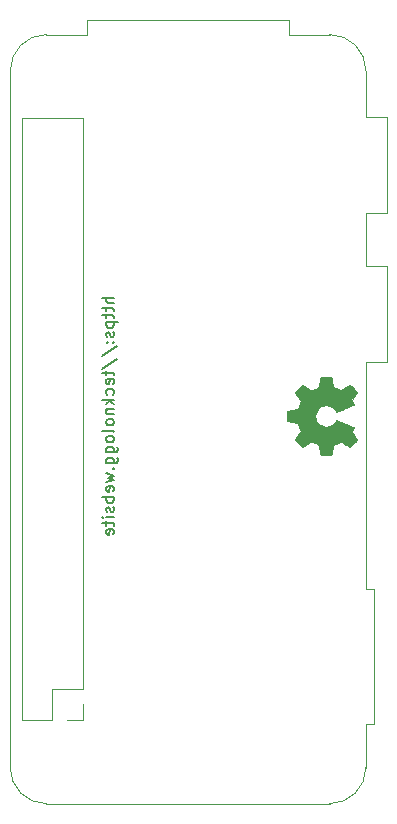
<source format=gbr>
G04 #@! TF.GenerationSoftware,KiCad,Pcbnew,(5.1.6)-1*
G04 #@! TF.CreationDate,2020-11-02T00:41:24+04:00*
G04 #@! TF.ProjectId,RPi3-screw-terminal-shiel,52506933-2d73-4637-9265-772d7465726d,rev?*
G04 #@! TF.SameCoordinates,Original*
G04 #@! TF.FileFunction,Legend,Bot*
G04 #@! TF.FilePolarity,Positive*
%FSLAX46Y46*%
G04 Gerber Fmt 4.6, Leading zero omitted, Abs format (unit mm)*
G04 Created by KiCad (PCBNEW (5.1.6)-1) date 2020-11-02 00:41:24*
%MOMM*%
%LPD*%
G01*
G04 APERTURE LIST*
%ADD10C,0.150000*%
%ADD11C,0.010000*%
%ADD12C,0.120000*%
G04 APERTURE END LIST*
D10*
X97052380Y-57600000D02*
X96052380Y-57600000D01*
X97052380Y-58028571D02*
X96528571Y-58028571D01*
X96433333Y-57980952D01*
X96385714Y-57885714D01*
X96385714Y-57742857D01*
X96433333Y-57647619D01*
X96480952Y-57600000D01*
X96385714Y-58361904D02*
X96385714Y-58742857D01*
X96052380Y-58504761D02*
X96909523Y-58504761D01*
X97004761Y-58552380D01*
X97052380Y-58647619D01*
X97052380Y-58742857D01*
X96385714Y-58933333D02*
X96385714Y-59314285D01*
X96052380Y-59076190D02*
X96909523Y-59076190D01*
X97004761Y-59123809D01*
X97052380Y-59219047D01*
X97052380Y-59314285D01*
X96385714Y-59647619D02*
X97385714Y-59647619D01*
X96433333Y-59647619D02*
X96385714Y-59742857D01*
X96385714Y-59933333D01*
X96433333Y-60028571D01*
X96480952Y-60076190D01*
X96576190Y-60123809D01*
X96861904Y-60123809D01*
X96957142Y-60076190D01*
X97004761Y-60028571D01*
X97052380Y-59933333D01*
X97052380Y-59742857D01*
X97004761Y-59647619D01*
X97004761Y-60504761D02*
X97052380Y-60600000D01*
X97052380Y-60790476D01*
X97004761Y-60885714D01*
X96909523Y-60933333D01*
X96861904Y-60933333D01*
X96766666Y-60885714D01*
X96719047Y-60790476D01*
X96719047Y-60647619D01*
X96671428Y-60552380D01*
X96576190Y-60504761D01*
X96528571Y-60504761D01*
X96433333Y-60552380D01*
X96385714Y-60647619D01*
X96385714Y-60790476D01*
X96433333Y-60885714D01*
X96957142Y-61361904D02*
X97004761Y-61409523D01*
X97052380Y-61361904D01*
X97004761Y-61314285D01*
X96957142Y-61361904D01*
X97052380Y-61361904D01*
X96433333Y-61361904D02*
X96480952Y-61409523D01*
X96528571Y-61361904D01*
X96480952Y-61314285D01*
X96433333Y-61361904D01*
X96528571Y-61361904D01*
X96004761Y-62552380D02*
X97290476Y-61695238D01*
X96004761Y-63600000D02*
X97290476Y-62742857D01*
X96385714Y-63790476D02*
X96385714Y-64171428D01*
X96052380Y-63933333D02*
X96909523Y-63933333D01*
X97004761Y-63980952D01*
X97052380Y-64076190D01*
X97052380Y-64171428D01*
X97004761Y-64885714D02*
X97052380Y-64790476D01*
X97052380Y-64600000D01*
X97004761Y-64504761D01*
X96909523Y-64457142D01*
X96528571Y-64457142D01*
X96433333Y-64504761D01*
X96385714Y-64600000D01*
X96385714Y-64790476D01*
X96433333Y-64885714D01*
X96528571Y-64933333D01*
X96623809Y-64933333D01*
X96719047Y-64457142D01*
X97004761Y-65790476D02*
X97052380Y-65695238D01*
X97052380Y-65504761D01*
X97004761Y-65409523D01*
X96957142Y-65361904D01*
X96861904Y-65314285D01*
X96576190Y-65314285D01*
X96480952Y-65361904D01*
X96433333Y-65409523D01*
X96385714Y-65504761D01*
X96385714Y-65695238D01*
X96433333Y-65790476D01*
X97052380Y-66219047D02*
X96052380Y-66219047D01*
X96671428Y-66314285D02*
X97052380Y-66599999D01*
X96385714Y-66599999D02*
X96766666Y-66219047D01*
X96385714Y-67028571D02*
X97052380Y-67028571D01*
X96480952Y-67028571D02*
X96433333Y-67076190D01*
X96385714Y-67171428D01*
X96385714Y-67314285D01*
X96433333Y-67409523D01*
X96528571Y-67457142D01*
X97052380Y-67457142D01*
X97052380Y-68076190D02*
X97004761Y-67980952D01*
X96957142Y-67933333D01*
X96861904Y-67885714D01*
X96576190Y-67885714D01*
X96480952Y-67933333D01*
X96433333Y-67980952D01*
X96385714Y-68076190D01*
X96385714Y-68219047D01*
X96433333Y-68314285D01*
X96480952Y-68361904D01*
X96576190Y-68409523D01*
X96861904Y-68409523D01*
X96957142Y-68361904D01*
X97004761Y-68314285D01*
X97052380Y-68219047D01*
X97052380Y-68076190D01*
X97052380Y-68980952D02*
X97004761Y-68885714D01*
X96909523Y-68838095D01*
X96052380Y-68838095D01*
X97052380Y-69504761D02*
X97004761Y-69409523D01*
X96957142Y-69361904D01*
X96861904Y-69314285D01*
X96576190Y-69314285D01*
X96480952Y-69361904D01*
X96433333Y-69409523D01*
X96385714Y-69504761D01*
X96385714Y-69647619D01*
X96433333Y-69742857D01*
X96480952Y-69790476D01*
X96576190Y-69838095D01*
X96861904Y-69838095D01*
X96957142Y-69790476D01*
X97004761Y-69742857D01*
X97052380Y-69647619D01*
X97052380Y-69504761D01*
X96385714Y-70695238D02*
X97195238Y-70695238D01*
X97290476Y-70647619D01*
X97338095Y-70599999D01*
X97385714Y-70504761D01*
X97385714Y-70361904D01*
X97338095Y-70266666D01*
X97004761Y-70695238D02*
X97052380Y-70599999D01*
X97052380Y-70409523D01*
X97004761Y-70314285D01*
X96957142Y-70266666D01*
X96861904Y-70219047D01*
X96576190Y-70219047D01*
X96480952Y-70266666D01*
X96433333Y-70314285D01*
X96385714Y-70409523D01*
X96385714Y-70599999D01*
X96433333Y-70695238D01*
X96385714Y-71599999D02*
X97195238Y-71599999D01*
X97290476Y-71552380D01*
X97338095Y-71504761D01*
X97385714Y-71409523D01*
X97385714Y-71266666D01*
X97338095Y-71171428D01*
X97004761Y-71599999D02*
X97052380Y-71504761D01*
X97052380Y-71314285D01*
X97004761Y-71219047D01*
X96957142Y-71171428D01*
X96861904Y-71123809D01*
X96576190Y-71123809D01*
X96480952Y-71171428D01*
X96433333Y-71219047D01*
X96385714Y-71314285D01*
X96385714Y-71504761D01*
X96433333Y-71599999D01*
X96957142Y-72076190D02*
X97004761Y-72123809D01*
X97052380Y-72076190D01*
X97004761Y-72028571D01*
X96957142Y-72076190D01*
X97052380Y-72076190D01*
X96385714Y-72457142D02*
X97052380Y-72647619D01*
X96576190Y-72838095D01*
X97052380Y-73028571D01*
X96385714Y-73219047D01*
X97004761Y-73980952D02*
X97052380Y-73885714D01*
X97052380Y-73695238D01*
X97004761Y-73599999D01*
X96909523Y-73552380D01*
X96528571Y-73552380D01*
X96433333Y-73599999D01*
X96385714Y-73695238D01*
X96385714Y-73885714D01*
X96433333Y-73980952D01*
X96528571Y-74028571D01*
X96623809Y-74028571D01*
X96719047Y-73552380D01*
X97052380Y-74457142D02*
X96052380Y-74457142D01*
X96433333Y-74457142D02*
X96385714Y-74552380D01*
X96385714Y-74742857D01*
X96433333Y-74838095D01*
X96480952Y-74885714D01*
X96576190Y-74933333D01*
X96861904Y-74933333D01*
X96957142Y-74885714D01*
X97004761Y-74838095D01*
X97052380Y-74742857D01*
X97052380Y-74552380D01*
X97004761Y-74457142D01*
X97004761Y-75314285D02*
X97052380Y-75409523D01*
X97052380Y-75599999D01*
X97004761Y-75695238D01*
X96909523Y-75742857D01*
X96861904Y-75742857D01*
X96766666Y-75695238D01*
X96719047Y-75599999D01*
X96719047Y-75457142D01*
X96671428Y-75361904D01*
X96576190Y-75314285D01*
X96528571Y-75314285D01*
X96433333Y-75361904D01*
X96385714Y-75457142D01*
X96385714Y-75599999D01*
X96433333Y-75695238D01*
X97052380Y-76171428D02*
X96385714Y-76171428D01*
X96052380Y-76171428D02*
X96100000Y-76123809D01*
X96147619Y-76171428D01*
X96100000Y-76219047D01*
X96052380Y-76171428D01*
X96147619Y-76171428D01*
X96385714Y-76504761D02*
X96385714Y-76885714D01*
X96052380Y-76647619D02*
X96909523Y-76647619D01*
X97004761Y-76695238D01*
X97052380Y-76790476D01*
X97052380Y-76885714D01*
X97004761Y-77599999D02*
X97052380Y-77504761D01*
X97052380Y-77314285D01*
X97004761Y-77219047D01*
X96909523Y-77171428D01*
X96528571Y-77171428D01*
X96433333Y-77219047D01*
X96385714Y-77314285D01*
X96385714Y-77504761D01*
X96433333Y-77599999D01*
X96528571Y-77647619D01*
X96623809Y-77647619D01*
X96719047Y-77171428D01*
D11*
G04 #@! TO.C,REF\u002A\u002A*
G36*
X112168931Y-68155814D02*
G01*
X112613555Y-68239635D01*
X112741053Y-68548920D01*
X112868551Y-68858206D01*
X112616246Y-69229246D01*
X112545996Y-69333157D01*
X112483272Y-69427087D01*
X112430938Y-69506652D01*
X112391857Y-69567470D01*
X112368893Y-69605157D01*
X112363942Y-69615421D01*
X112376676Y-69633910D01*
X112411882Y-69673420D01*
X112465062Y-69729522D01*
X112531718Y-69797787D01*
X112607354Y-69873786D01*
X112687472Y-69953092D01*
X112767574Y-70031275D01*
X112843164Y-70103907D01*
X112909745Y-70166559D01*
X112962818Y-70214803D01*
X112997887Y-70244210D01*
X113009623Y-70251241D01*
X113031260Y-70241123D01*
X113078662Y-70212759D01*
X113147193Y-70169129D01*
X113232215Y-70113218D01*
X113329093Y-70048006D01*
X113384350Y-70010219D01*
X113485248Y-69941343D01*
X113576299Y-69880140D01*
X113652970Y-69829578D01*
X113710728Y-69792628D01*
X113745043Y-69772258D01*
X113752254Y-69769197D01*
X113772748Y-69776136D01*
X113820513Y-69795051D01*
X113888832Y-69823087D01*
X113970989Y-69857391D01*
X114060270Y-69895109D01*
X114149958Y-69933387D01*
X114233338Y-69969370D01*
X114303694Y-70000206D01*
X114354310Y-70023039D01*
X114378471Y-70035017D01*
X114379422Y-70035724D01*
X114384036Y-70054531D01*
X114394328Y-70104618D01*
X114409287Y-70180793D01*
X114427901Y-70277865D01*
X114449159Y-70390643D01*
X114461418Y-70456442D01*
X114484362Y-70576950D01*
X114506195Y-70685797D01*
X114525722Y-70777476D01*
X114541748Y-70846481D01*
X114553079Y-70887304D01*
X114556674Y-70895511D01*
X114581006Y-70903548D01*
X114635959Y-70910033D01*
X114715108Y-70914970D01*
X114812026Y-70918364D01*
X114920287Y-70920218D01*
X115033465Y-70920538D01*
X115145135Y-70919327D01*
X115248868Y-70916590D01*
X115338241Y-70912331D01*
X115406826Y-70906555D01*
X115448197Y-70899267D01*
X115456810Y-70894895D01*
X115467133Y-70868764D01*
X115481892Y-70813393D01*
X115499352Y-70736107D01*
X115517780Y-70644230D01*
X115523741Y-70612158D01*
X115552066Y-70457524D01*
X115574876Y-70335375D01*
X115593080Y-70241673D01*
X115607583Y-70172384D01*
X115619292Y-70123471D01*
X115629115Y-70090897D01*
X115637956Y-70070628D01*
X115646724Y-70058626D01*
X115648457Y-70056947D01*
X115676371Y-70040184D01*
X115730695Y-70014614D01*
X115804777Y-69982788D01*
X115891965Y-69947260D01*
X115985608Y-69910583D01*
X116079052Y-69875311D01*
X116165647Y-69843996D01*
X116238740Y-69819193D01*
X116291678Y-69803454D01*
X116317811Y-69799332D01*
X116318726Y-69799676D01*
X116340086Y-69813641D01*
X116387084Y-69845322D01*
X116454827Y-69891391D01*
X116538423Y-69948518D01*
X116632982Y-70013373D01*
X116659854Y-70031843D01*
X116757275Y-70097699D01*
X116846163Y-70155650D01*
X116921412Y-70202538D01*
X116977920Y-70235207D01*
X117010581Y-70250500D01*
X117014593Y-70251241D01*
X117035684Y-70238392D01*
X117077464Y-70202888D01*
X117135445Y-70149293D01*
X117205135Y-70082171D01*
X117282045Y-70006087D01*
X117361683Y-69925604D01*
X117439561Y-69845287D01*
X117511186Y-69769699D01*
X117572070Y-69703405D01*
X117617721Y-69650969D01*
X117643650Y-69616955D01*
X117647883Y-69607545D01*
X117637912Y-69585643D01*
X117611020Y-69540800D01*
X117571736Y-69480321D01*
X117540117Y-69433789D01*
X117482098Y-69349475D01*
X117413784Y-69249626D01*
X117345579Y-69149473D01*
X117309075Y-69095627D01*
X117185800Y-68913371D01*
X117268520Y-68760381D01*
X117304759Y-68690682D01*
X117332926Y-68631414D01*
X117348991Y-68591311D01*
X117351226Y-68581103D01*
X117334722Y-68568829D01*
X117288082Y-68544613D01*
X117215609Y-68510263D01*
X117121606Y-68467588D01*
X117010374Y-68418394D01*
X116886215Y-68364490D01*
X116753432Y-68307684D01*
X116616327Y-68249782D01*
X116479202Y-68192593D01*
X116346358Y-68137924D01*
X116222098Y-68087584D01*
X116110725Y-68043380D01*
X116016539Y-68007119D01*
X115943844Y-67980609D01*
X115896941Y-67965658D01*
X115880833Y-67963254D01*
X115860286Y-67982311D01*
X115826933Y-68024036D01*
X115787702Y-68079706D01*
X115784599Y-68084378D01*
X115669423Y-68228264D01*
X115535053Y-68344283D01*
X115385784Y-68431430D01*
X115225913Y-68488699D01*
X115059737Y-68515086D01*
X114891552Y-68509585D01*
X114725655Y-68471190D01*
X114566342Y-68398895D01*
X114531487Y-68377626D01*
X114390737Y-68266996D01*
X114277714Y-68136302D01*
X114193003Y-67990064D01*
X114137194Y-67832808D01*
X114110874Y-67669057D01*
X114114630Y-67503333D01*
X114149050Y-67340162D01*
X114214723Y-67184065D01*
X114312235Y-67039567D01*
X114351813Y-66994869D01*
X114475703Y-66881112D01*
X114606124Y-66798218D01*
X114752315Y-66741356D01*
X114897088Y-66709687D01*
X115059860Y-66701869D01*
X115223440Y-66727938D01*
X115382298Y-66785245D01*
X115530906Y-66871144D01*
X115663735Y-66982986D01*
X115775256Y-67118123D01*
X115787011Y-67135883D01*
X115825508Y-67192150D01*
X115858863Y-67234923D01*
X115880160Y-67255372D01*
X115880833Y-67255669D01*
X115903871Y-67251279D01*
X115956157Y-67233876D01*
X116033390Y-67205268D01*
X116131268Y-67167265D01*
X116245491Y-67121674D01*
X116371758Y-67070303D01*
X116505767Y-67014962D01*
X116643218Y-66957458D01*
X116779808Y-66899601D01*
X116911237Y-66843198D01*
X117033205Y-66790058D01*
X117141409Y-66741990D01*
X117231549Y-66700801D01*
X117299323Y-66668301D01*
X117340430Y-66646297D01*
X117351226Y-66637436D01*
X117342819Y-66610360D01*
X117320272Y-66559697D01*
X117287613Y-66494183D01*
X117268520Y-66458159D01*
X117185800Y-66305168D01*
X117309075Y-66122912D01*
X117372228Y-66029875D01*
X117441727Y-65928015D01*
X117507165Y-65832562D01*
X117540117Y-65784750D01*
X117585273Y-65717505D01*
X117621057Y-65660564D01*
X117642938Y-65621354D01*
X117647563Y-65608619D01*
X117635085Y-65590083D01*
X117600252Y-65549059D01*
X117546678Y-65489525D01*
X117477983Y-65415458D01*
X117397781Y-65330835D01*
X117346286Y-65277315D01*
X117254286Y-65183681D01*
X117171999Y-65102759D01*
X117102945Y-65037823D01*
X117050644Y-64992142D01*
X117018616Y-64968989D01*
X117012116Y-64966768D01*
X116987394Y-64977076D01*
X116937405Y-65005561D01*
X116867212Y-65049063D01*
X116781875Y-65104423D01*
X116686456Y-65168480D01*
X116659854Y-65186697D01*
X116563167Y-65253073D01*
X116476117Y-65312622D01*
X116403595Y-65362016D01*
X116350493Y-65397925D01*
X116321703Y-65417019D01*
X116318726Y-65418864D01*
X116295782Y-65416105D01*
X116245336Y-65401462D01*
X116174041Y-65377487D01*
X116088547Y-65346734D01*
X115995507Y-65311756D01*
X115901574Y-65275107D01*
X115813399Y-65239339D01*
X115737634Y-65207006D01*
X115680931Y-65180662D01*
X115649943Y-65162858D01*
X115648457Y-65161593D01*
X115639601Y-65150706D01*
X115630843Y-65132318D01*
X115621277Y-65102394D01*
X115609996Y-65056897D01*
X115596093Y-64991791D01*
X115578663Y-64903039D01*
X115556798Y-64786607D01*
X115529591Y-64638458D01*
X115523741Y-64606382D01*
X115505374Y-64511314D01*
X115487405Y-64428435D01*
X115471569Y-64365070D01*
X115459600Y-64328542D01*
X115456810Y-64323644D01*
X115432072Y-64315573D01*
X115376790Y-64309013D01*
X115297389Y-64303967D01*
X115200296Y-64300441D01*
X115091938Y-64298439D01*
X114978740Y-64297964D01*
X114867128Y-64299023D01*
X114763529Y-64301618D01*
X114674368Y-64305754D01*
X114606072Y-64311437D01*
X114565066Y-64318669D01*
X114556674Y-64323029D01*
X114548208Y-64347302D01*
X114534435Y-64402574D01*
X114516550Y-64483338D01*
X114495748Y-64584088D01*
X114473223Y-64699317D01*
X114461418Y-64762098D01*
X114439151Y-64881213D01*
X114418979Y-64987435D01*
X114401915Y-65075573D01*
X114388969Y-65140434D01*
X114381155Y-65176826D01*
X114379422Y-65182816D01*
X114359890Y-65192939D01*
X114312843Y-65214338D01*
X114245003Y-65244161D01*
X114163091Y-65279555D01*
X114073828Y-65317668D01*
X113983935Y-65355647D01*
X113900135Y-65390640D01*
X113829147Y-65419794D01*
X113777694Y-65440257D01*
X113752497Y-65449177D01*
X113751396Y-65449343D01*
X113731519Y-65439231D01*
X113685777Y-65410883D01*
X113618717Y-65367277D01*
X113534884Y-65311394D01*
X113438826Y-65246213D01*
X113383650Y-65208321D01*
X113282481Y-65139275D01*
X113190630Y-65077950D01*
X113112744Y-65027337D01*
X113053469Y-64990429D01*
X113017451Y-64970218D01*
X113009377Y-64967299D01*
X112990584Y-64979847D01*
X112950457Y-65014537D01*
X112893493Y-65066937D01*
X112824185Y-65132616D01*
X112747031Y-65207144D01*
X112666525Y-65286087D01*
X112587163Y-65365017D01*
X112513440Y-65439500D01*
X112449852Y-65505106D01*
X112400894Y-65557404D01*
X112371061Y-65591961D01*
X112363942Y-65603522D01*
X112373953Y-65622346D01*
X112402078Y-65667369D01*
X112445454Y-65734213D01*
X112501218Y-65818501D01*
X112566506Y-65915856D01*
X112616246Y-65989293D01*
X112868551Y-66360333D01*
X112613555Y-66978905D01*
X112168931Y-67062725D01*
X111724307Y-67146546D01*
X111724307Y-68071994D01*
X112168931Y-68155814D01*
G37*
X112168931Y-68155814D02*
X112613555Y-68239635D01*
X112741053Y-68548920D01*
X112868551Y-68858206D01*
X112616246Y-69229246D01*
X112545996Y-69333157D01*
X112483272Y-69427087D01*
X112430938Y-69506652D01*
X112391857Y-69567470D01*
X112368893Y-69605157D01*
X112363942Y-69615421D01*
X112376676Y-69633910D01*
X112411882Y-69673420D01*
X112465062Y-69729522D01*
X112531718Y-69797787D01*
X112607354Y-69873786D01*
X112687472Y-69953092D01*
X112767574Y-70031275D01*
X112843164Y-70103907D01*
X112909745Y-70166559D01*
X112962818Y-70214803D01*
X112997887Y-70244210D01*
X113009623Y-70251241D01*
X113031260Y-70241123D01*
X113078662Y-70212759D01*
X113147193Y-70169129D01*
X113232215Y-70113218D01*
X113329093Y-70048006D01*
X113384350Y-70010219D01*
X113485248Y-69941343D01*
X113576299Y-69880140D01*
X113652970Y-69829578D01*
X113710728Y-69792628D01*
X113745043Y-69772258D01*
X113752254Y-69769197D01*
X113772748Y-69776136D01*
X113820513Y-69795051D01*
X113888832Y-69823087D01*
X113970989Y-69857391D01*
X114060270Y-69895109D01*
X114149958Y-69933387D01*
X114233338Y-69969370D01*
X114303694Y-70000206D01*
X114354310Y-70023039D01*
X114378471Y-70035017D01*
X114379422Y-70035724D01*
X114384036Y-70054531D01*
X114394328Y-70104618D01*
X114409287Y-70180793D01*
X114427901Y-70277865D01*
X114449159Y-70390643D01*
X114461418Y-70456442D01*
X114484362Y-70576950D01*
X114506195Y-70685797D01*
X114525722Y-70777476D01*
X114541748Y-70846481D01*
X114553079Y-70887304D01*
X114556674Y-70895511D01*
X114581006Y-70903548D01*
X114635959Y-70910033D01*
X114715108Y-70914970D01*
X114812026Y-70918364D01*
X114920287Y-70920218D01*
X115033465Y-70920538D01*
X115145135Y-70919327D01*
X115248868Y-70916590D01*
X115338241Y-70912331D01*
X115406826Y-70906555D01*
X115448197Y-70899267D01*
X115456810Y-70894895D01*
X115467133Y-70868764D01*
X115481892Y-70813393D01*
X115499352Y-70736107D01*
X115517780Y-70644230D01*
X115523741Y-70612158D01*
X115552066Y-70457524D01*
X115574876Y-70335375D01*
X115593080Y-70241673D01*
X115607583Y-70172384D01*
X115619292Y-70123471D01*
X115629115Y-70090897D01*
X115637956Y-70070628D01*
X115646724Y-70058626D01*
X115648457Y-70056947D01*
X115676371Y-70040184D01*
X115730695Y-70014614D01*
X115804777Y-69982788D01*
X115891965Y-69947260D01*
X115985608Y-69910583D01*
X116079052Y-69875311D01*
X116165647Y-69843996D01*
X116238740Y-69819193D01*
X116291678Y-69803454D01*
X116317811Y-69799332D01*
X116318726Y-69799676D01*
X116340086Y-69813641D01*
X116387084Y-69845322D01*
X116454827Y-69891391D01*
X116538423Y-69948518D01*
X116632982Y-70013373D01*
X116659854Y-70031843D01*
X116757275Y-70097699D01*
X116846163Y-70155650D01*
X116921412Y-70202538D01*
X116977920Y-70235207D01*
X117010581Y-70250500D01*
X117014593Y-70251241D01*
X117035684Y-70238392D01*
X117077464Y-70202888D01*
X117135445Y-70149293D01*
X117205135Y-70082171D01*
X117282045Y-70006087D01*
X117361683Y-69925604D01*
X117439561Y-69845287D01*
X117511186Y-69769699D01*
X117572070Y-69703405D01*
X117617721Y-69650969D01*
X117643650Y-69616955D01*
X117647883Y-69607545D01*
X117637912Y-69585643D01*
X117611020Y-69540800D01*
X117571736Y-69480321D01*
X117540117Y-69433789D01*
X117482098Y-69349475D01*
X117413784Y-69249626D01*
X117345579Y-69149473D01*
X117309075Y-69095627D01*
X117185800Y-68913371D01*
X117268520Y-68760381D01*
X117304759Y-68690682D01*
X117332926Y-68631414D01*
X117348991Y-68591311D01*
X117351226Y-68581103D01*
X117334722Y-68568829D01*
X117288082Y-68544613D01*
X117215609Y-68510263D01*
X117121606Y-68467588D01*
X117010374Y-68418394D01*
X116886215Y-68364490D01*
X116753432Y-68307684D01*
X116616327Y-68249782D01*
X116479202Y-68192593D01*
X116346358Y-68137924D01*
X116222098Y-68087584D01*
X116110725Y-68043380D01*
X116016539Y-68007119D01*
X115943844Y-67980609D01*
X115896941Y-67965658D01*
X115880833Y-67963254D01*
X115860286Y-67982311D01*
X115826933Y-68024036D01*
X115787702Y-68079706D01*
X115784599Y-68084378D01*
X115669423Y-68228264D01*
X115535053Y-68344283D01*
X115385784Y-68431430D01*
X115225913Y-68488699D01*
X115059737Y-68515086D01*
X114891552Y-68509585D01*
X114725655Y-68471190D01*
X114566342Y-68398895D01*
X114531487Y-68377626D01*
X114390737Y-68266996D01*
X114277714Y-68136302D01*
X114193003Y-67990064D01*
X114137194Y-67832808D01*
X114110874Y-67669057D01*
X114114630Y-67503333D01*
X114149050Y-67340162D01*
X114214723Y-67184065D01*
X114312235Y-67039567D01*
X114351813Y-66994869D01*
X114475703Y-66881112D01*
X114606124Y-66798218D01*
X114752315Y-66741356D01*
X114897088Y-66709687D01*
X115059860Y-66701869D01*
X115223440Y-66727938D01*
X115382298Y-66785245D01*
X115530906Y-66871144D01*
X115663735Y-66982986D01*
X115775256Y-67118123D01*
X115787011Y-67135883D01*
X115825508Y-67192150D01*
X115858863Y-67234923D01*
X115880160Y-67255372D01*
X115880833Y-67255669D01*
X115903871Y-67251279D01*
X115956157Y-67233876D01*
X116033390Y-67205268D01*
X116131268Y-67167265D01*
X116245491Y-67121674D01*
X116371758Y-67070303D01*
X116505767Y-67014962D01*
X116643218Y-66957458D01*
X116779808Y-66899601D01*
X116911237Y-66843198D01*
X117033205Y-66790058D01*
X117141409Y-66741990D01*
X117231549Y-66700801D01*
X117299323Y-66668301D01*
X117340430Y-66646297D01*
X117351226Y-66637436D01*
X117342819Y-66610360D01*
X117320272Y-66559697D01*
X117287613Y-66494183D01*
X117268520Y-66458159D01*
X117185800Y-66305168D01*
X117309075Y-66122912D01*
X117372228Y-66029875D01*
X117441727Y-65928015D01*
X117507165Y-65832562D01*
X117540117Y-65784750D01*
X117585273Y-65717505D01*
X117621057Y-65660564D01*
X117642938Y-65621354D01*
X117647563Y-65608619D01*
X117635085Y-65590083D01*
X117600252Y-65549059D01*
X117546678Y-65489525D01*
X117477983Y-65415458D01*
X117397781Y-65330835D01*
X117346286Y-65277315D01*
X117254286Y-65183681D01*
X117171999Y-65102759D01*
X117102945Y-65037823D01*
X117050644Y-64992142D01*
X117018616Y-64968989D01*
X117012116Y-64966768D01*
X116987394Y-64977076D01*
X116937405Y-65005561D01*
X116867212Y-65049063D01*
X116781875Y-65104423D01*
X116686456Y-65168480D01*
X116659854Y-65186697D01*
X116563167Y-65253073D01*
X116476117Y-65312622D01*
X116403595Y-65362016D01*
X116350493Y-65397925D01*
X116321703Y-65417019D01*
X116318726Y-65418864D01*
X116295782Y-65416105D01*
X116245336Y-65401462D01*
X116174041Y-65377487D01*
X116088547Y-65346734D01*
X115995507Y-65311756D01*
X115901574Y-65275107D01*
X115813399Y-65239339D01*
X115737634Y-65207006D01*
X115680931Y-65180662D01*
X115649943Y-65162858D01*
X115648457Y-65161593D01*
X115639601Y-65150706D01*
X115630843Y-65132318D01*
X115621277Y-65102394D01*
X115609996Y-65056897D01*
X115596093Y-64991791D01*
X115578663Y-64903039D01*
X115556798Y-64786607D01*
X115529591Y-64638458D01*
X115523741Y-64606382D01*
X115505374Y-64511314D01*
X115487405Y-64428435D01*
X115471569Y-64365070D01*
X115459600Y-64328542D01*
X115456810Y-64323644D01*
X115432072Y-64315573D01*
X115376790Y-64309013D01*
X115297389Y-64303967D01*
X115200296Y-64300441D01*
X115091938Y-64298439D01*
X114978740Y-64297964D01*
X114867128Y-64299023D01*
X114763529Y-64301618D01*
X114674368Y-64305754D01*
X114606072Y-64311437D01*
X114565066Y-64318669D01*
X114556674Y-64323029D01*
X114548208Y-64347302D01*
X114534435Y-64402574D01*
X114516550Y-64483338D01*
X114495748Y-64584088D01*
X114473223Y-64699317D01*
X114461418Y-64762098D01*
X114439151Y-64881213D01*
X114418979Y-64987435D01*
X114401915Y-65075573D01*
X114388969Y-65140434D01*
X114381155Y-65176826D01*
X114379422Y-65182816D01*
X114359890Y-65192939D01*
X114312843Y-65214338D01*
X114245003Y-65244161D01*
X114163091Y-65279555D01*
X114073828Y-65317668D01*
X113983935Y-65355647D01*
X113900135Y-65390640D01*
X113829147Y-65419794D01*
X113777694Y-65440257D01*
X113752497Y-65449177D01*
X113751396Y-65449343D01*
X113731519Y-65439231D01*
X113685777Y-65410883D01*
X113618717Y-65367277D01*
X113534884Y-65311394D01*
X113438826Y-65246213D01*
X113383650Y-65208321D01*
X113282481Y-65139275D01*
X113190630Y-65077950D01*
X113112744Y-65027337D01*
X113053469Y-64990429D01*
X113017451Y-64970218D01*
X113009377Y-64967299D01*
X112990584Y-64979847D01*
X112950457Y-65014537D01*
X112893493Y-65066937D01*
X112824185Y-65132616D01*
X112747031Y-65207144D01*
X112666525Y-65286087D01*
X112587163Y-65365017D01*
X112513440Y-65439500D01*
X112449852Y-65505106D01*
X112400894Y-65557404D01*
X112371061Y-65591961D01*
X112363942Y-65603522D01*
X112373953Y-65622346D01*
X112402078Y-65667369D01*
X112445454Y-65734213D01*
X112501218Y-65818501D01*
X112566506Y-65915856D01*
X112616246Y-65989293D01*
X112868551Y-66360333D01*
X112613555Y-66978905D01*
X112168931Y-67062725D01*
X111724307Y-67146546D01*
X111724307Y-68071994D01*
X112168931Y-68155814D01*
D12*
G04 #@! TO.C,J1*
X118390000Y-93680000D02*
X118390000Y-97370000D01*
X119090000Y-93680000D02*
X118390000Y-93680000D01*
X119090000Y-82260000D02*
X119090000Y-93680000D01*
X118390000Y-82260000D02*
X119090000Y-82260000D01*
X118390000Y-63030000D02*
X118390000Y-82260000D01*
X118390000Y-50430000D02*
X118390000Y-54910000D01*
X120190000Y-54910000D02*
X120190000Y-63030000D01*
X120190000Y-63030000D02*
X118390000Y-63030000D01*
X118390000Y-54910000D02*
X120190000Y-54910000D01*
X120190000Y-50430000D02*
X118390000Y-50430000D01*
X120190000Y-42310000D02*
X120190000Y-50430000D01*
X118390000Y-42310000D02*
X120190000Y-42310000D01*
X94770000Y-35310000D02*
X91330000Y-35310000D01*
X111890000Y-34110000D02*
X111890000Y-35310000D01*
X94770000Y-34110000D02*
X111890000Y-34110000D01*
X94770000Y-35310000D02*
X94770000Y-34110000D01*
X89230000Y-93330000D02*
X89230000Y-42410000D01*
X89230000Y-93330000D02*
X91830000Y-93330000D01*
X91830000Y-93330000D02*
X91830000Y-90730000D01*
X91830000Y-90730000D02*
X94430000Y-90730000D01*
X93100000Y-93330000D02*
X94430000Y-93330000D01*
X94430000Y-93330000D02*
X94430000Y-92000000D01*
X94430000Y-90730000D02*
X94430000Y-42410000D01*
X89230000Y-42410000D02*
X94430000Y-42410000D01*
X111890000Y-35310000D02*
X115330000Y-35310000D01*
X118390000Y-38370000D02*
X118390000Y-42310000D01*
X91330000Y-100430000D02*
X115330000Y-100430000D01*
X88270000Y-38370000D02*
X88270000Y-97370000D01*
X115330000Y-35310000D02*
G75*
G02*
X118390000Y-38370000I0J-3060000D01*
G01*
X88270000Y-38370000D02*
G75*
G02*
X91330000Y-35310000I3060000J0D01*
G01*
X91330000Y-100430000D02*
G75*
G02*
X88270000Y-97370000I0J3060000D01*
G01*
X118390000Y-97370000D02*
G75*
G02*
X115330000Y-100430000I-3060000J0D01*
G01*
G04 #@! TD*
M02*

</source>
